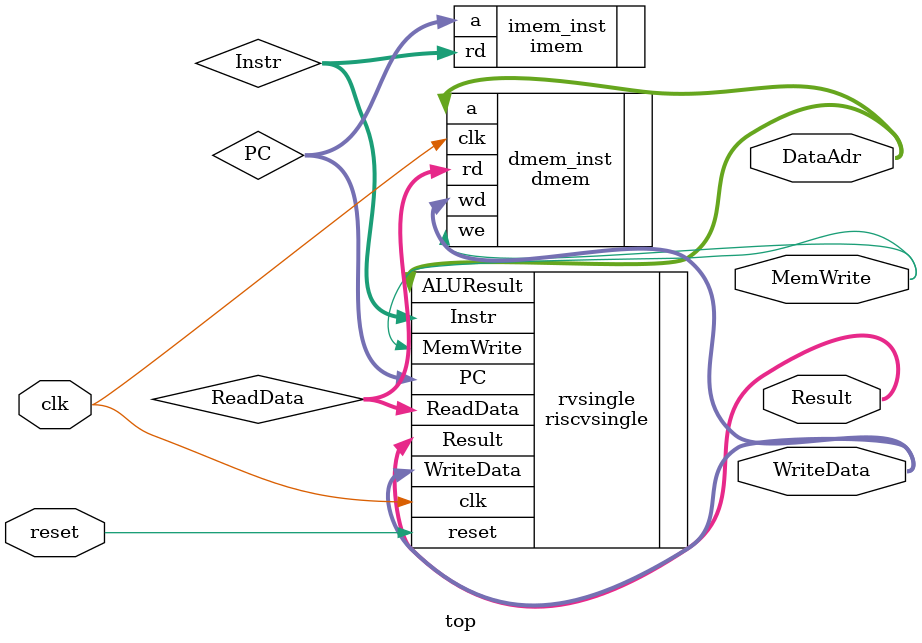
<source format=sv>
module top(
  input logic clk, input logic reset,
  output logic [31:0] WriteData, DataAdr,
  output logic MemWrite,
  output logic [31:0] Result
);
  logic [31:0] PC, Instr, ReadData;

  // instantiate processor and memories
  imem imem_inst(.a(PC), .rd(Instr));
  riscvsingle rvsingle(.clk(clk), .reset(reset), .PC(PC), .Instr(Instr), .MemWrite(MemWrite), .ALUResult(DataAdr), .WriteData(WriteData), .ReadData(ReadData), .Result(Result));
  dmem dmem_inst(.clk(clk), .we(MemWrite), .a(DataAdr), .wd(WriteData), .rd(ReadData));
endmodule

</source>
